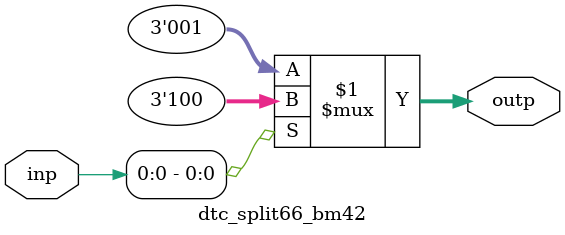
<source format=v>
module dtc_split66_bm42 (
	input  wire [7-1:0] inp,
	output wire [3-1:0] outp
);


	assign outp = (inp[0]) ? 3'b100 : 3'b001;

endmodule
</source>
